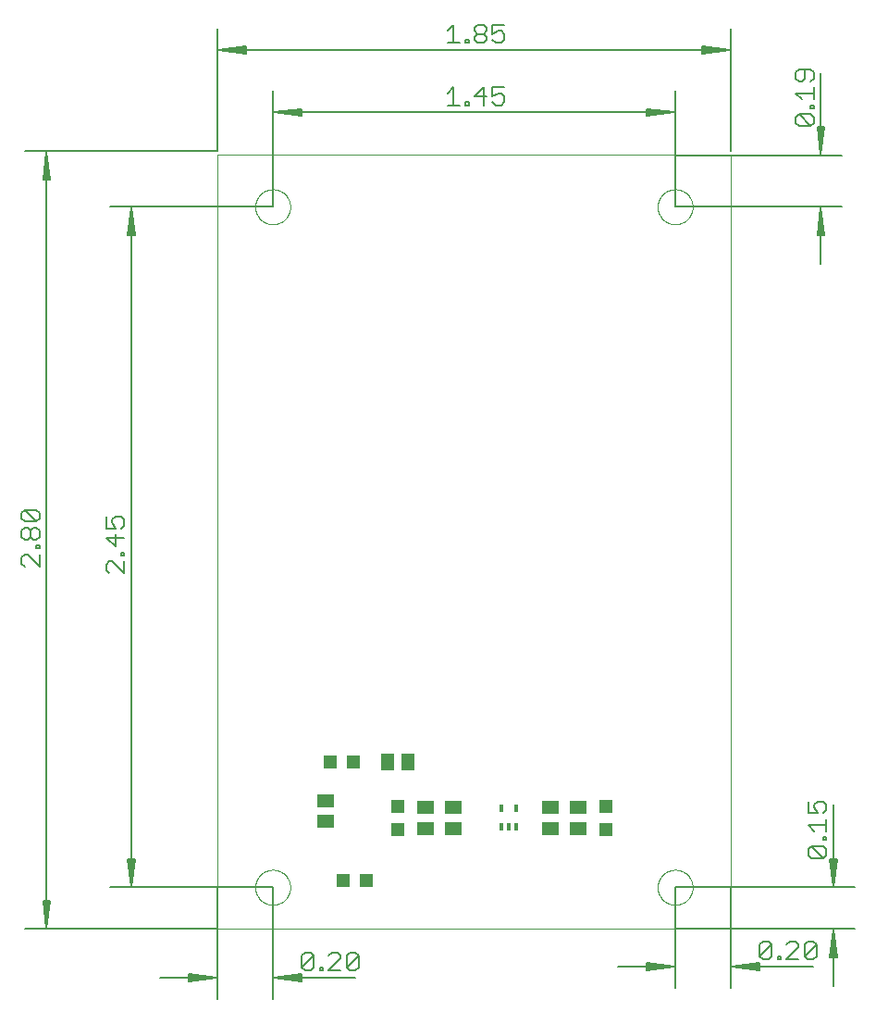
<source format=gtp>
G75*
%MOIN*%
%OFA0B0*%
%FSLAX25Y25*%
%IPPOS*%
%LPD*%
%AMOC8*
5,1,8,0,0,1.08239X$1,22.5*
%
%ADD10C,0.00000*%
%ADD11C,0.00512*%
%ADD12C,0.00600*%
%ADD13R,0.01575X0.02756*%
%ADD14R,0.04724X0.04724*%
%ADD15R,0.05906X0.05118*%
%ADD16R,0.05118X0.05906*%
D10*
X0074095Y0026433D02*
X0074095Y0305134D01*
X0259016Y0305134D01*
X0259016Y0026433D01*
X0074095Y0026433D01*
X0087796Y0041433D02*
X0087798Y0041591D01*
X0087804Y0041749D01*
X0087814Y0041907D01*
X0087828Y0042065D01*
X0087846Y0042222D01*
X0087867Y0042379D01*
X0087893Y0042535D01*
X0087923Y0042691D01*
X0087956Y0042846D01*
X0087994Y0042999D01*
X0088035Y0043152D01*
X0088080Y0043304D01*
X0088129Y0043455D01*
X0088182Y0043604D01*
X0088238Y0043752D01*
X0088298Y0043898D01*
X0088362Y0044043D01*
X0088430Y0044186D01*
X0088501Y0044328D01*
X0088575Y0044468D01*
X0088653Y0044605D01*
X0088735Y0044741D01*
X0088819Y0044875D01*
X0088908Y0045006D01*
X0088999Y0045135D01*
X0089094Y0045262D01*
X0089191Y0045387D01*
X0089292Y0045509D01*
X0089396Y0045628D01*
X0089503Y0045745D01*
X0089613Y0045859D01*
X0089726Y0045970D01*
X0089841Y0046079D01*
X0089959Y0046184D01*
X0090080Y0046286D01*
X0090203Y0046386D01*
X0090329Y0046482D01*
X0090457Y0046575D01*
X0090587Y0046665D01*
X0090720Y0046751D01*
X0090855Y0046835D01*
X0090991Y0046914D01*
X0091130Y0046991D01*
X0091271Y0047063D01*
X0091413Y0047133D01*
X0091557Y0047198D01*
X0091703Y0047260D01*
X0091850Y0047318D01*
X0091999Y0047373D01*
X0092149Y0047424D01*
X0092300Y0047471D01*
X0092452Y0047514D01*
X0092605Y0047553D01*
X0092760Y0047589D01*
X0092915Y0047620D01*
X0093071Y0047648D01*
X0093227Y0047672D01*
X0093384Y0047692D01*
X0093542Y0047708D01*
X0093699Y0047720D01*
X0093858Y0047728D01*
X0094016Y0047732D01*
X0094174Y0047732D01*
X0094332Y0047728D01*
X0094491Y0047720D01*
X0094648Y0047708D01*
X0094806Y0047692D01*
X0094963Y0047672D01*
X0095119Y0047648D01*
X0095275Y0047620D01*
X0095430Y0047589D01*
X0095585Y0047553D01*
X0095738Y0047514D01*
X0095890Y0047471D01*
X0096041Y0047424D01*
X0096191Y0047373D01*
X0096340Y0047318D01*
X0096487Y0047260D01*
X0096633Y0047198D01*
X0096777Y0047133D01*
X0096919Y0047063D01*
X0097060Y0046991D01*
X0097199Y0046914D01*
X0097335Y0046835D01*
X0097470Y0046751D01*
X0097603Y0046665D01*
X0097733Y0046575D01*
X0097861Y0046482D01*
X0097987Y0046386D01*
X0098110Y0046286D01*
X0098231Y0046184D01*
X0098349Y0046079D01*
X0098464Y0045970D01*
X0098577Y0045859D01*
X0098687Y0045745D01*
X0098794Y0045628D01*
X0098898Y0045509D01*
X0098999Y0045387D01*
X0099096Y0045262D01*
X0099191Y0045135D01*
X0099282Y0045006D01*
X0099371Y0044875D01*
X0099455Y0044741D01*
X0099537Y0044605D01*
X0099615Y0044468D01*
X0099689Y0044328D01*
X0099760Y0044186D01*
X0099828Y0044043D01*
X0099892Y0043898D01*
X0099952Y0043752D01*
X0100008Y0043604D01*
X0100061Y0043455D01*
X0100110Y0043304D01*
X0100155Y0043152D01*
X0100196Y0042999D01*
X0100234Y0042846D01*
X0100267Y0042691D01*
X0100297Y0042535D01*
X0100323Y0042379D01*
X0100344Y0042222D01*
X0100362Y0042065D01*
X0100376Y0041907D01*
X0100386Y0041749D01*
X0100392Y0041591D01*
X0100394Y0041433D01*
X0100392Y0041275D01*
X0100386Y0041117D01*
X0100376Y0040959D01*
X0100362Y0040801D01*
X0100344Y0040644D01*
X0100323Y0040487D01*
X0100297Y0040331D01*
X0100267Y0040175D01*
X0100234Y0040020D01*
X0100196Y0039867D01*
X0100155Y0039714D01*
X0100110Y0039562D01*
X0100061Y0039411D01*
X0100008Y0039262D01*
X0099952Y0039114D01*
X0099892Y0038968D01*
X0099828Y0038823D01*
X0099760Y0038680D01*
X0099689Y0038538D01*
X0099615Y0038398D01*
X0099537Y0038261D01*
X0099455Y0038125D01*
X0099371Y0037991D01*
X0099282Y0037860D01*
X0099191Y0037731D01*
X0099096Y0037604D01*
X0098999Y0037479D01*
X0098898Y0037357D01*
X0098794Y0037238D01*
X0098687Y0037121D01*
X0098577Y0037007D01*
X0098464Y0036896D01*
X0098349Y0036787D01*
X0098231Y0036682D01*
X0098110Y0036580D01*
X0097987Y0036480D01*
X0097861Y0036384D01*
X0097733Y0036291D01*
X0097603Y0036201D01*
X0097470Y0036115D01*
X0097335Y0036031D01*
X0097199Y0035952D01*
X0097060Y0035875D01*
X0096919Y0035803D01*
X0096777Y0035733D01*
X0096633Y0035668D01*
X0096487Y0035606D01*
X0096340Y0035548D01*
X0096191Y0035493D01*
X0096041Y0035442D01*
X0095890Y0035395D01*
X0095738Y0035352D01*
X0095585Y0035313D01*
X0095430Y0035277D01*
X0095275Y0035246D01*
X0095119Y0035218D01*
X0094963Y0035194D01*
X0094806Y0035174D01*
X0094648Y0035158D01*
X0094491Y0035146D01*
X0094332Y0035138D01*
X0094174Y0035134D01*
X0094016Y0035134D01*
X0093858Y0035138D01*
X0093699Y0035146D01*
X0093542Y0035158D01*
X0093384Y0035174D01*
X0093227Y0035194D01*
X0093071Y0035218D01*
X0092915Y0035246D01*
X0092760Y0035277D01*
X0092605Y0035313D01*
X0092452Y0035352D01*
X0092300Y0035395D01*
X0092149Y0035442D01*
X0091999Y0035493D01*
X0091850Y0035548D01*
X0091703Y0035606D01*
X0091557Y0035668D01*
X0091413Y0035733D01*
X0091271Y0035803D01*
X0091130Y0035875D01*
X0090991Y0035952D01*
X0090855Y0036031D01*
X0090720Y0036115D01*
X0090587Y0036201D01*
X0090457Y0036291D01*
X0090329Y0036384D01*
X0090203Y0036480D01*
X0090080Y0036580D01*
X0089959Y0036682D01*
X0089841Y0036787D01*
X0089726Y0036896D01*
X0089613Y0037007D01*
X0089503Y0037121D01*
X0089396Y0037238D01*
X0089292Y0037357D01*
X0089191Y0037479D01*
X0089094Y0037604D01*
X0088999Y0037731D01*
X0088908Y0037860D01*
X0088819Y0037991D01*
X0088735Y0038125D01*
X0088653Y0038261D01*
X0088575Y0038398D01*
X0088501Y0038538D01*
X0088430Y0038680D01*
X0088362Y0038823D01*
X0088298Y0038968D01*
X0088238Y0039114D01*
X0088182Y0039262D01*
X0088129Y0039411D01*
X0088080Y0039562D01*
X0088035Y0039714D01*
X0087994Y0039867D01*
X0087956Y0040020D01*
X0087923Y0040175D01*
X0087893Y0040331D01*
X0087867Y0040487D01*
X0087846Y0040644D01*
X0087828Y0040801D01*
X0087814Y0040959D01*
X0087804Y0041117D01*
X0087798Y0041275D01*
X0087796Y0041433D01*
X0232796Y0041433D02*
X0232798Y0041591D01*
X0232804Y0041749D01*
X0232814Y0041907D01*
X0232828Y0042065D01*
X0232846Y0042222D01*
X0232867Y0042379D01*
X0232893Y0042535D01*
X0232923Y0042691D01*
X0232956Y0042846D01*
X0232994Y0042999D01*
X0233035Y0043152D01*
X0233080Y0043304D01*
X0233129Y0043455D01*
X0233182Y0043604D01*
X0233238Y0043752D01*
X0233298Y0043898D01*
X0233362Y0044043D01*
X0233430Y0044186D01*
X0233501Y0044328D01*
X0233575Y0044468D01*
X0233653Y0044605D01*
X0233735Y0044741D01*
X0233819Y0044875D01*
X0233908Y0045006D01*
X0233999Y0045135D01*
X0234094Y0045262D01*
X0234191Y0045387D01*
X0234292Y0045509D01*
X0234396Y0045628D01*
X0234503Y0045745D01*
X0234613Y0045859D01*
X0234726Y0045970D01*
X0234841Y0046079D01*
X0234959Y0046184D01*
X0235080Y0046286D01*
X0235203Y0046386D01*
X0235329Y0046482D01*
X0235457Y0046575D01*
X0235587Y0046665D01*
X0235720Y0046751D01*
X0235855Y0046835D01*
X0235991Y0046914D01*
X0236130Y0046991D01*
X0236271Y0047063D01*
X0236413Y0047133D01*
X0236557Y0047198D01*
X0236703Y0047260D01*
X0236850Y0047318D01*
X0236999Y0047373D01*
X0237149Y0047424D01*
X0237300Y0047471D01*
X0237452Y0047514D01*
X0237605Y0047553D01*
X0237760Y0047589D01*
X0237915Y0047620D01*
X0238071Y0047648D01*
X0238227Y0047672D01*
X0238384Y0047692D01*
X0238542Y0047708D01*
X0238699Y0047720D01*
X0238858Y0047728D01*
X0239016Y0047732D01*
X0239174Y0047732D01*
X0239332Y0047728D01*
X0239491Y0047720D01*
X0239648Y0047708D01*
X0239806Y0047692D01*
X0239963Y0047672D01*
X0240119Y0047648D01*
X0240275Y0047620D01*
X0240430Y0047589D01*
X0240585Y0047553D01*
X0240738Y0047514D01*
X0240890Y0047471D01*
X0241041Y0047424D01*
X0241191Y0047373D01*
X0241340Y0047318D01*
X0241487Y0047260D01*
X0241633Y0047198D01*
X0241777Y0047133D01*
X0241919Y0047063D01*
X0242060Y0046991D01*
X0242199Y0046914D01*
X0242335Y0046835D01*
X0242470Y0046751D01*
X0242603Y0046665D01*
X0242733Y0046575D01*
X0242861Y0046482D01*
X0242987Y0046386D01*
X0243110Y0046286D01*
X0243231Y0046184D01*
X0243349Y0046079D01*
X0243464Y0045970D01*
X0243577Y0045859D01*
X0243687Y0045745D01*
X0243794Y0045628D01*
X0243898Y0045509D01*
X0243999Y0045387D01*
X0244096Y0045262D01*
X0244191Y0045135D01*
X0244282Y0045006D01*
X0244371Y0044875D01*
X0244455Y0044741D01*
X0244537Y0044605D01*
X0244615Y0044468D01*
X0244689Y0044328D01*
X0244760Y0044186D01*
X0244828Y0044043D01*
X0244892Y0043898D01*
X0244952Y0043752D01*
X0245008Y0043604D01*
X0245061Y0043455D01*
X0245110Y0043304D01*
X0245155Y0043152D01*
X0245196Y0042999D01*
X0245234Y0042846D01*
X0245267Y0042691D01*
X0245297Y0042535D01*
X0245323Y0042379D01*
X0245344Y0042222D01*
X0245362Y0042065D01*
X0245376Y0041907D01*
X0245386Y0041749D01*
X0245392Y0041591D01*
X0245394Y0041433D01*
X0245392Y0041275D01*
X0245386Y0041117D01*
X0245376Y0040959D01*
X0245362Y0040801D01*
X0245344Y0040644D01*
X0245323Y0040487D01*
X0245297Y0040331D01*
X0245267Y0040175D01*
X0245234Y0040020D01*
X0245196Y0039867D01*
X0245155Y0039714D01*
X0245110Y0039562D01*
X0245061Y0039411D01*
X0245008Y0039262D01*
X0244952Y0039114D01*
X0244892Y0038968D01*
X0244828Y0038823D01*
X0244760Y0038680D01*
X0244689Y0038538D01*
X0244615Y0038398D01*
X0244537Y0038261D01*
X0244455Y0038125D01*
X0244371Y0037991D01*
X0244282Y0037860D01*
X0244191Y0037731D01*
X0244096Y0037604D01*
X0243999Y0037479D01*
X0243898Y0037357D01*
X0243794Y0037238D01*
X0243687Y0037121D01*
X0243577Y0037007D01*
X0243464Y0036896D01*
X0243349Y0036787D01*
X0243231Y0036682D01*
X0243110Y0036580D01*
X0242987Y0036480D01*
X0242861Y0036384D01*
X0242733Y0036291D01*
X0242603Y0036201D01*
X0242470Y0036115D01*
X0242335Y0036031D01*
X0242199Y0035952D01*
X0242060Y0035875D01*
X0241919Y0035803D01*
X0241777Y0035733D01*
X0241633Y0035668D01*
X0241487Y0035606D01*
X0241340Y0035548D01*
X0241191Y0035493D01*
X0241041Y0035442D01*
X0240890Y0035395D01*
X0240738Y0035352D01*
X0240585Y0035313D01*
X0240430Y0035277D01*
X0240275Y0035246D01*
X0240119Y0035218D01*
X0239963Y0035194D01*
X0239806Y0035174D01*
X0239648Y0035158D01*
X0239491Y0035146D01*
X0239332Y0035138D01*
X0239174Y0035134D01*
X0239016Y0035134D01*
X0238858Y0035138D01*
X0238699Y0035146D01*
X0238542Y0035158D01*
X0238384Y0035174D01*
X0238227Y0035194D01*
X0238071Y0035218D01*
X0237915Y0035246D01*
X0237760Y0035277D01*
X0237605Y0035313D01*
X0237452Y0035352D01*
X0237300Y0035395D01*
X0237149Y0035442D01*
X0236999Y0035493D01*
X0236850Y0035548D01*
X0236703Y0035606D01*
X0236557Y0035668D01*
X0236413Y0035733D01*
X0236271Y0035803D01*
X0236130Y0035875D01*
X0235991Y0035952D01*
X0235855Y0036031D01*
X0235720Y0036115D01*
X0235587Y0036201D01*
X0235457Y0036291D01*
X0235329Y0036384D01*
X0235203Y0036480D01*
X0235080Y0036580D01*
X0234959Y0036682D01*
X0234841Y0036787D01*
X0234726Y0036896D01*
X0234613Y0037007D01*
X0234503Y0037121D01*
X0234396Y0037238D01*
X0234292Y0037357D01*
X0234191Y0037479D01*
X0234094Y0037604D01*
X0233999Y0037731D01*
X0233908Y0037860D01*
X0233819Y0037991D01*
X0233735Y0038125D01*
X0233653Y0038261D01*
X0233575Y0038398D01*
X0233501Y0038538D01*
X0233430Y0038680D01*
X0233362Y0038823D01*
X0233298Y0038968D01*
X0233238Y0039114D01*
X0233182Y0039262D01*
X0233129Y0039411D01*
X0233080Y0039562D01*
X0233035Y0039714D01*
X0232994Y0039867D01*
X0232956Y0040020D01*
X0232923Y0040175D01*
X0232893Y0040331D01*
X0232867Y0040487D01*
X0232846Y0040644D01*
X0232828Y0040801D01*
X0232814Y0040959D01*
X0232804Y0041117D01*
X0232798Y0041275D01*
X0232796Y0041433D01*
X0232796Y0286433D02*
X0232798Y0286591D01*
X0232804Y0286749D01*
X0232814Y0286907D01*
X0232828Y0287065D01*
X0232846Y0287222D01*
X0232867Y0287379D01*
X0232893Y0287535D01*
X0232923Y0287691D01*
X0232956Y0287846D01*
X0232994Y0287999D01*
X0233035Y0288152D01*
X0233080Y0288304D01*
X0233129Y0288455D01*
X0233182Y0288604D01*
X0233238Y0288752D01*
X0233298Y0288898D01*
X0233362Y0289043D01*
X0233430Y0289186D01*
X0233501Y0289328D01*
X0233575Y0289468D01*
X0233653Y0289605D01*
X0233735Y0289741D01*
X0233819Y0289875D01*
X0233908Y0290006D01*
X0233999Y0290135D01*
X0234094Y0290262D01*
X0234191Y0290387D01*
X0234292Y0290509D01*
X0234396Y0290628D01*
X0234503Y0290745D01*
X0234613Y0290859D01*
X0234726Y0290970D01*
X0234841Y0291079D01*
X0234959Y0291184D01*
X0235080Y0291286D01*
X0235203Y0291386D01*
X0235329Y0291482D01*
X0235457Y0291575D01*
X0235587Y0291665D01*
X0235720Y0291751D01*
X0235855Y0291835D01*
X0235991Y0291914D01*
X0236130Y0291991D01*
X0236271Y0292063D01*
X0236413Y0292133D01*
X0236557Y0292198D01*
X0236703Y0292260D01*
X0236850Y0292318D01*
X0236999Y0292373D01*
X0237149Y0292424D01*
X0237300Y0292471D01*
X0237452Y0292514D01*
X0237605Y0292553D01*
X0237760Y0292589D01*
X0237915Y0292620D01*
X0238071Y0292648D01*
X0238227Y0292672D01*
X0238384Y0292692D01*
X0238542Y0292708D01*
X0238699Y0292720D01*
X0238858Y0292728D01*
X0239016Y0292732D01*
X0239174Y0292732D01*
X0239332Y0292728D01*
X0239491Y0292720D01*
X0239648Y0292708D01*
X0239806Y0292692D01*
X0239963Y0292672D01*
X0240119Y0292648D01*
X0240275Y0292620D01*
X0240430Y0292589D01*
X0240585Y0292553D01*
X0240738Y0292514D01*
X0240890Y0292471D01*
X0241041Y0292424D01*
X0241191Y0292373D01*
X0241340Y0292318D01*
X0241487Y0292260D01*
X0241633Y0292198D01*
X0241777Y0292133D01*
X0241919Y0292063D01*
X0242060Y0291991D01*
X0242199Y0291914D01*
X0242335Y0291835D01*
X0242470Y0291751D01*
X0242603Y0291665D01*
X0242733Y0291575D01*
X0242861Y0291482D01*
X0242987Y0291386D01*
X0243110Y0291286D01*
X0243231Y0291184D01*
X0243349Y0291079D01*
X0243464Y0290970D01*
X0243577Y0290859D01*
X0243687Y0290745D01*
X0243794Y0290628D01*
X0243898Y0290509D01*
X0243999Y0290387D01*
X0244096Y0290262D01*
X0244191Y0290135D01*
X0244282Y0290006D01*
X0244371Y0289875D01*
X0244455Y0289741D01*
X0244537Y0289605D01*
X0244615Y0289468D01*
X0244689Y0289328D01*
X0244760Y0289186D01*
X0244828Y0289043D01*
X0244892Y0288898D01*
X0244952Y0288752D01*
X0245008Y0288604D01*
X0245061Y0288455D01*
X0245110Y0288304D01*
X0245155Y0288152D01*
X0245196Y0287999D01*
X0245234Y0287846D01*
X0245267Y0287691D01*
X0245297Y0287535D01*
X0245323Y0287379D01*
X0245344Y0287222D01*
X0245362Y0287065D01*
X0245376Y0286907D01*
X0245386Y0286749D01*
X0245392Y0286591D01*
X0245394Y0286433D01*
X0245392Y0286275D01*
X0245386Y0286117D01*
X0245376Y0285959D01*
X0245362Y0285801D01*
X0245344Y0285644D01*
X0245323Y0285487D01*
X0245297Y0285331D01*
X0245267Y0285175D01*
X0245234Y0285020D01*
X0245196Y0284867D01*
X0245155Y0284714D01*
X0245110Y0284562D01*
X0245061Y0284411D01*
X0245008Y0284262D01*
X0244952Y0284114D01*
X0244892Y0283968D01*
X0244828Y0283823D01*
X0244760Y0283680D01*
X0244689Y0283538D01*
X0244615Y0283398D01*
X0244537Y0283261D01*
X0244455Y0283125D01*
X0244371Y0282991D01*
X0244282Y0282860D01*
X0244191Y0282731D01*
X0244096Y0282604D01*
X0243999Y0282479D01*
X0243898Y0282357D01*
X0243794Y0282238D01*
X0243687Y0282121D01*
X0243577Y0282007D01*
X0243464Y0281896D01*
X0243349Y0281787D01*
X0243231Y0281682D01*
X0243110Y0281580D01*
X0242987Y0281480D01*
X0242861Y0281384D01*
X0242733Y0281291D01*
X0242603Y0281201D01*
X0242470Y0281115D01*
X0242335Y0281031D01*
X0242199Y0280952D01*
X0242060Y0280875D01*
X0241919Y0280803D01*
X0241777Y0280733D01*
X0241633Y0280668D01*
X0241487Y0280606D01*
X0241340Y0280548D01*
X0241191Y0280493D01*
X0241041Y0280442D01*
X0240890Y0280395D01*
X0240738Y0280352D01*
X0240585Y0280313D01*
X0240430Y0280277D01*
X0240275Y0280246D01*
X0240119Y0280218D01*
X0239963Y0280194D01*
X0239806Y0280174D01*
X0239648Y0280158D01*
X0239491Y0280146D01*
X0239332Y0280138D01*
X0239174Y0280134D01*
X0239016Y0280134D01*
X0238858Y0280138D01*
X0238699Y0280146D01*
X0238542Y0280158D01*
X0238384Y0280174D01*
X0238227Y0280194D01*
X0238071Y0280218D01*
X0237915Y0280246D01*
X0237760Y0280277D01*
X0237605Y0280313D01*
X0237452Y0280352D01*
X0237300Y0280395D01*
X0237149Y0280442D01*
X0236999Y0280493D01*
X0236850Y0280548D01*
X0236703Y0280606D01*
X0236557Y0280668D01*
X0236413Y0280733D01*
X0236271Y0280803D01*
X0236130Y0280875D01*
X0235991Y0280952D01*
X0235855Y0281031D01*
X0235720Y0281115D01*
X0235587Y0281201D01*
X0235457Y0281291D01*
X0235329Y0281384D01*
X0235203Y0281480D01*
X0235080Y0281580D01*
X0234959Y0281682D01*
X0234841Y0281787D01*
X0234726Y0281896D01*
X0234613Y0282007D01*
X0234503Y0282121D01*
X0234396Y0282238D01*
X0234292Y0282357D01*
X0234191Y0282479D01*
X0234094Y0282604D01*
X0233999Y0282731D01*
X0233908Y0282860D01*
X0233819Y0282991D01*
X0233735Y0283125D01*
X0233653Y0283261D01*
X0233575Y0283398D01*
X0233501Y0283538D01*
X0233430Y0283680D01*
X0233362Y0283823D01*
X0233298Y0283968D01*
X0233238Y0284114D01*
X0233182Y0284262D01*
X0233129Y0284411D01*
X0233080Y0284562D01*
X0233035Y0284714D01*
X0232994Y0284867D01*
X0232956Y0285020D01*
X0232923Y0285175D01*
X0232893Y0285331D01*
X0232867Y0285487D01*
X0232846Y0285644D01*
X0232828Y0285801D01*
X0232814Y0285959D01*
X0232804Y0286117D01*
X0232798Y0286275D01*
X0232796Y0286433D01*
X0087796Y0286433D02*
X0087798Y0286591D01*
X0087804Y0286749D01*
X0087814Y0286907D01*
X0087828Y0287065D01*
X0087846Y0287222D01*
X0087867Y0287379D01*
X0087893Y0287535D01*
X0087923Y0287691D01*
X0087956Y0287846D01*
X0087994Y0287999D01*
X0088035Y0288152D01*
X0088080Y0288304D01*
X0088129Y0288455D01*
X0088182Y0288604D01*
X0088238Y0288752D01*
X0088298Y0288898D01*
X0088362Y0289043D01*
X0088430Y0289186D01*
X0088501Y0289328D01*
X0088575Y0289468D01*
X0088653Y0289605D01*
X0088735Y0289741D01*
X0088819Y0289875D01*
X0088908Y0290006D01*
X0088999Y0290135D01*
X0089094Y0290262D01*
X0089191Y0290387D01*
X0089292Y0290509D01*
X0089396Y0290628D01*
X0089503Y0290745D01*
X0089613Y0290859D01*
X0089726Y0290970D01*
X0089841Y0291079D01*
X0089959Y0291184D01*
X0090080Y0291286D01*
X0090203Y0291386D01*
X0090329Y0291482D01*
X0090457Y0291575D01*
X0090587Y0291665D01*
X0090720Y0291751D01*
X0090855Y0291835D01*
X0090991Y0291914D01*
X0091130Y0291991D01*
X0091271Y0292063D01*
X0091413Y0292133D01*
X0091557Y0292198D01*
X0091703Y0292260D01*
X0091850Y0292318D01*
X0091999Y0292373D01*
X0092149Y0292424D01*
X0092300Y0292471D01*
X0092452Y0292514D01*
X0092605Y0292553D01*
X0092760Y0292589D01*
X0092915Y0292620D01*
X0093071Y0292648D01*
X0093227Y0292672D01*
X0093384Y0292692D01*
X0093542Y0292708D01*
X0093699Y0292720D01*
X0093858Y0292728D01*
X0094016Y0292732D01*
X0094174Y0292732D01*
X0094332Y0292728D01*
X0094491Y0292720D01*
X0094648Y0292708D01*
X0094806Y0292692D01*
X0094963Y0292672D01*
X0095119Y0292648D01*
X0095275Y0292620D01*
X0095430Y0292589D01*
X0095585Y0292553D01*
X0095738Y0292514D01*
X0095890Y0292471D01*
X0096041Y0292424D01*
X0096191Y0292373D01*
X0096340Y0292318D01*
X0096487Y0292260D01*
X0096633Y0292198D01*
X0096777Y0292133D01*
X0096919Y0292063D01*
X0097060Y0291991D01*
X0097199Y0291914D01*
X0097335Y0291835D01*
X0097470Y0291751D01*
X0097603Y0291665D01*
X0097733Y0291575D01*
X0097861Y0291482D01*
X0097987Y0291386D01*
X0098110Y0291286D01*
X0098231Y0291184D01*
X0098349Y0291079D01*
X0098464Y0290970D01*
X0098577Y0290859D01*
X0098687Y0290745D01*
X0098794Y0290628D01*
X0098898Y0290509D01*
X0098999Y0290387D01*
X0099096Y0290262D01*
X0099191Y0290135D01*
X0099282Y0290006D01*
X0099371Y0289875D01*
X0099455Y0289741D01*
X0099537Y0289605D01*
X0099615Y0289468D01*
X0099689Y0289328D01*
X0099760Y0289186D01*
X0099828Y0289043D01*
X0099892Y0288898D01*
X0099952Y0288752D01*
X0100008Y0288604D01*
X0100061Y0288455D01*
X0100110Y0288304D01*
X0100155Y0288152D01*
X0100196Y0287999D01*
X0100234Y0287846D01*
X0100267Y0287691D01*
X0100297Y0287535D01*
X0100323Y0287379D01*
X0100344Y0287222D01*
X0100362Y0287065D01*
X0100376Y0286907D01*
X0100386Y0286749D01*
X0100392Y0286591D01*
X0100394Y0286433D01*
X0100392Y0286275D01*
X0100386Y0286117D01*
X0100376Y0285959D01*
X0100362Y0285801D01*
X0100344Y0285644D01*
X0100323Y0285487D01*
X0100297Y0285331D01*
X0100267Y0285175D01*
X0100234Y0285020D01*
X0100196Y0284867D01*
X0100155Y0284714D01*
X0100110Y0284562D01*
X0100061Y0284411D01*
X0100008Y0284262D01*
X0099952Y0284114D01*
X0099892Y0283968D01*
X0099828Y0283823D01*
X0099760Y0283680D01*
X0099689Y0283538D01*
X0099615Y0283398D01*
X0099537Y0283261D01*
X0099455Y0283125D01*
X0099371Y0282991D01*
X0099282Y0282860D01*
X0099191Y0282731D01*
X0099096Y0282604D01*
X0098999Y0282479D01*
X0098898Y0282357D01*
X0098794Y0282238D01*
X0098687Y0282121D01*
X0098577Y0282007D01*
X0098464Y0281896D01*
X0098349Y0281787D01*
X0098231Y0281682D01*
X0098110Y0281580D01*
X0097987Y0281480D01*
X0097861Y0281384D01*
X0097733Y0281291D01*
X0097603Y0281201D01*
X0097470Y0281115D01*
X0097335Y0281031D01*
X0097199Y0280952D01*
X0097060Y0280875D01*
X0096919Y0280803D01*
X0096777Y0280733D01*
X0096633Y0280668D01*
X0096487Y0280606D01*
X0096340Y0280548D01*
X0096191Y0280493D01*
X0096041Y0280442D01*
X0095890Y0280395D01*
X0095738Y0280352D01*
X0095585Y0280313D01*
X0095430Y0280277D01*
X0095275Y0280246D01*
X0095119Y0280218D01*
X0094963Y0280194D01*
X0094806Y0280174D01*
X0094648Y0280158D01*
X0094491Y0280146D01*
X0094332Y0280138D01*
X0094174Y0280134D01*
X0094016Y0280134D01*
X0093858Y0280138D01*
X0093699Y0280146D01*
X0093542Y0280158D01*
X0093384Y0280174D01*
X0093227Y0280194D01*
X0093071Y0280218D01*
X0092915Y0280246D01*
X0092760Y0280277D01*
X0092605Y0280313D01*
X0092452Y0280352D01*
X0092300Y0280395D01*
X0092149Y0280442D01*
X0091999Y0280493D01*
X0091850Y0280548D01*
X0091703Y0280606D01*
X0091557Y0280668D01*
X0091413Y0280733D01*
X0091271Y0280803D01*
X0091130Y0280875D01*
X0090991Y0280952D01*
X0090855Y0281031D01*
X0090720Y0281115D01*
X0090587Y0281201D01*
X0090457Y0281291D01*
X0090329Y0281384D01*
X0090203Y0281480D01*
X0090080Y0281580D01*
X0089959Y0281682D01*
X0089841Y0281787D01*
X0089726Y0281896D01*
X0089613Y0282007D01*
X0089503Y0282121D01*
X0089396Y0282238D01*
X0089292Y0282357D01*
X0089191Y0282479D01*
X0089094Y0282604D01*
X0088999Y0282731D01*
X0088908Y0282860D01*
X0088819Y0282991D01*
X0088735Y0283125D01*
X0088653Y0283261D01*
X0088575Y0283398D01*
X0088501Y0283538D01*
X0088430Y0283680D01*
X0088362Y0283823D01*
X0088298Y0283968D01*
X0088238Y0284114D01*
X0088182Y0284262D01*
X0088129Y0284411D01*
X0088080Y0284562D01*
X0088035Y0284714D01*
X0087994Y0284867D01*
X0087956Y0285020D01*
X0087923Y0285175D01*
X0087893Y0285331D01*
X0087867Y0285487D01*
X0087846Y0285644D01*
X0087828Y0285801D01*
X0087814Y0285959D01*
X0087804Y0286117D01*
X0087798Y0286275D01*
X0087796Y0286433D01*
D11*
X0074095Y0026433D02*
X0004918Y0026433D01*
X0012595Y0026689D02*
X0011572Y0036669D01*
X0011338Y0036669D02*
X0013852Y0036669D01*
X0012595Y0026689D01*
X0013619Y0036669D01*
X0013107Y0036669D02*
X0012595Y0026689D01*
X0012083Y0036669D01*
X0011338Y0036669D02*
X0012595Y0026689D01*
X0012595Y0306177D01*
X0013619Y0296197D01*
X0013852Y0296197D02*
X0012595Y0306177D01*
X0011572Y0296197D01*
X0011338Y0296197D02*
X0013852Y0296197D01*
X0013107Y0296197D02*
X0012595Y0306177D01*
X0012083Y0296197D01*
X0011338Y0296197D02*
X0012595Y0306177D01*
X0004918Y0306433D02*
X0074095Y0306433D01*
X0074095Y0350610D01*
X0074351Y0342933D02*
X0084331Y0341909D01*
X0084331Y0341676D02*
X0074351Y0342933D01*
X0084331Y0343957D01*
X0084331Y0344190D02*
X0084331Y0341676D01*
X0084331Y0342421D02*
X0074351Y0342933D01*
X0084331Y0343445D01*
X0084331Y0344190D02*
X0074351Y0342933D01*
X0258839Y0342933D01*
X0248859Y0341909D01*
X0248859Y0341676D02*
X0258839Y0342933D01*
X0248859Y0343957D01*
X0248859Y0344190D02*
X0248859Y0341676D01*
X0248859Y0342421D02*
X0258839Y0342933D01*
X0248859Y0343445D01*
X0248859Y0344190D02*
X0258839Y0342933D01*
X0259095Y0350610D02*
X0259095Y0306433D01*
X0239095Y0304933D02*
X0299272Y0304933D01*
X0291595Y0305189D02*
X0292619Y0315169D01*
X0292852Y0315169D02*
X0290338Y0315169D01*
X0291595Y0305189D01*
X0290572Y0315169D01*
X0291083Y0315169D02*
X0291595Y0305189D01*
X0292107Y0315169D01*
X0292852Y0315169D02*
X0291595Y0305189D01*
X0291595Y0334673D01*
X0291595Y0286177D02*
X0292619Y0276197D01*
X0292852Y0276197D02*
X0290338Y0276197D01*
X0291595Y0286177D01*
X0290572Y0276197D01*
X0291083Y0276197D02*
X0291595Y0286177D01*
X0292107Y0276197D01*
X0292852Y0276197D02*
X0291595Y0286177D01*
X0291595Y0265961D01*
X0299272Y0286433D02*
X0239095Y0286433D01*
X0239095Y0328110D01*
X0238839Y0320433D02*
X0228859Y0319409D01*
X0228859Y0319176D02*
X0238839Y0320433D01*
X0228859Y0321457D01*
X0228859Y0321690D02*
X0228859Y0319176D01*
X0228859Y0319921D02*
X0238839Y0320433D01*
X0228859Y0320945D01*
X0228859Y0321690D02*
X0238839Y0320433D01*
X0094351Y0320433D01*
X0104331Y0319409D01*
X0104331Y0319176D02*
X0094351Y0320433D01*
X0104331Y0321457D01*
X0104331Y0321690D02*
X0104331Y0319176D01*
X0104331Y0319921D02*
X0094351Y0320433D01*
X0104331Y0320945D01*
X0104331Y0321690D02*
X0094351Y0320433D01*
X0094095Y0328110D02*
X0094095Y0286433D01*
X0035418Y0286433D01*
X0043095Y0286177D02*
X0042072Y0276197D01*
X0041838Y0276197D02*
X0044352Y0276197D01*
X0043095Y0286177D01*
X0044119Y0276197D01*
X0043607Y0276197D02*
X0043095Y0286177D01*
X0042583Y0276197D01*
X0041838Y0276197D02*
X0043095Y0286177D01*
X0043095Y0041689D01*
X0044119Y0051669D01*
X0044352Y0051669D02*
X0043095Y0041689D01*
X0042072Y0051669D01*
X0041838Y0051669D02*
X0044352Y0051669D01*
X0043607Y0051669D02*
X0043095Y0041689D01*
X0042583Y0051669D01*
X0041838Y0051669D02*
X0043095Y0041689D01*
X0035418Y0041433D02*
X0094095Y0041433D01*
X0094095Y0001256D01*
X0094351Y0008933D02*
X0104331Y0007909D01*
X0104331Y0007676D02*
X0094351Y0008933D01*
X0104331Y0009957D01*
X0104331Y0010190D02*
X0104331Y0007676D01*
X0104331Y0008421D02*
X0094351Y0008933D01*
X0104331Y0009445D01*
X0104331Y0010190D02*
X0094351Y0008933D01*
X0123835Y0008933D01*
X0073839Y0008933D02*
X0063859Y0007909D01*
X0063859Y0007676D02*
X0073839Y0008933D01*
X0063859Y0009957D01*
X0063859Y0010190D02*
X0063859Y0007676D01*
X0063859Y0008421D02*
X0073839Y0008933D01*
X0063859Y0009445D01*
X0063859Y0010190D02*
X0073839Y0008933D01*
X0053623Y0008933D01*
X0074095Y0001256D02*
X0074095Y0041433D01*
X0218623Y0012933D02*
X0238839Y0012933D01*
X0228859Y0011909D01*
X0228859Y0011676D02*
X0238839Y0012933D01*
X0228859Y0013957D01*
X0228859Y0014190D02*
X0228859Y0011676D01*
X0228859Y0012421D02*
X0238839Y0012933D01*
X0228859Y0013445D01*
X0228859Y0014190D02*
X0238839Y0012933D01*
X0239095Y0005256D02*
X0239095Y0041433D01*
X0303772Y0041433D01*
X0296095Y0041689D02*
X0297119Y0051669D01*
X0297352Y0051669D02*
X0296095Y0041689D01*
X0295072Y0051669D01*
X0294838Y0051669D02*
X0297352Y0051669D01*
X0296607Y0051669D02*
X0296095Y0041689D01*
X0295583Y0051669D01*
X0294838Y0051669D02*
X0296095Y0041689D01*
X0296095Y0071173D01*
X0296095Y0026177D02*
X0297119Y0016197D01*
X0297352Y0016197D02*
X0296095Y0026177D01*
X0295072Y0016197D01*
X0294838Y0016197D02*
X0297352Y0016197D01*
X0296607Y0016197D02*
X0296095Y0026177D01*
X0295583Y0016197D01*
X0294838Y0016197D02*
X0296095Y0026177D01*
X0296095Y0005961D01*
X0288835Y0012933D02*
X0259351Y0012933D01*
X0269331Y0011909D01*
X0269331Y0011676D02*
X0259351Y0012933D01*
X0269331Y0013957D01*
X0269331Y0014190D02*
X0269331Y0011676D01*
X0269331Y0012421D02*
X0259351Y0012933D01*
X0269331Y0013445D01*
X0269331Y0014190D02*
X0259351Y0012933D01*
X0259095Y0005256D02*
X0259095Y0041433D01*
X0239095Y0026433D02*
X0303772Y0026433D01*
D12*
X0290015Y0020833D02*
X0290015Y0016562D01*
X0288948Y0015495D01*
X0286813Y0015495D01*
X0285745Y0016562D01*
X0290015Y0020833D01*
X0288948Y0021900D01*
X0286813Y0021900D01*
X0285745Y0020833D01*
X0285745Y0016562D01*
X0283570Y0015495D02*
X0279300Y0015495D01*
X0283570Y0019765D01*
X0283570Y0020833D01*
X0282502Y0021900D01*
X0280367Y0021900D01*
X0279300Y0020833D01*
X0277144Y0016562D02*
X0277144Y0015495D01*
X0276077Y0015495D01*
X0276077Y0016562D01*
X0277144Y0016562D01*
X0273902Y0016562D02*
X0273902Y0020833D01*
X0269631Y0016562D01*
X0270699Y0015495D01*
X0272834Y0015495D01*
X0273902Y0016562D01*
X0269631Y0016562D02*
X0269631Y0020833D01*
X0270699Y0021900D01*
X0272834Y0021900D01*
X0273902Y0020833D01*
X0288195Y0051969D02*
X0287128Y0053037D01*
X0287128Y0055172D01*
X0288195Y0056240D01*
X0292466Y0051969D01*
X0293533Y0053037D01*
X0293533Y0055172D01*
X0292466Y0056240D01*
X0288195Y0056240D01*
X0288195Y0051969D02*
X0292466Y0051969D01*
X0292466Y0058415D02*
X0292466Y0059482D01*
X0293533Y0059482D01*
X0293533Y0058415D01*
X0292466Y0058415D01*
X0293533Y0061638D02*
X0293533Y0065908D01*
X0293533Y0063773D02*
X0287128Y0063773D01*
X0289263Y0061638D01*
X0290331Y0068083D02*
X0289263Y0070218D01*
X0289263Y0071286D01*
X0290331Y0072353D01*
X0292466Y0072353D01*
X0293533Y0071286D01*
X0293533Y0069151D01*
X0292466Y0068083D01*
X0290331Y0068083D02*
X0287128Y0068083D01*
X0287128Y0072353D01*
X0125015Y0016833D02*
X0125015Y0012562D01*
X0123948Y0011495D01*
X0121813Y0011495D01*
X0120745Y0012562D01*
X0125015Y0016833D01*
X0123948Y0017900D01*
X0121813Y0017900D01*
X0120745Y0016833D01*
X0120745Y0012562D01*
X0118570Y0011495D02*
X0114300Y0011495D01*
X0118570Y0015765D01*
X0118570Y0016833D01*
X0117502Y0017900D01*
X0115367Y0017900D01*
X0114300Y0016833D01*
X0112144Y0012562D02*
X0112144Y0011495D01*
X0111077Y0011495D01*
X0111077Y0012562D01*
X0112144Y0012562D01*
X0108902Y0012562D02*
X0108902Y0016833D01*
X0104631Y0012562D01*
X0105699Y0011495D01*
X0107834Y0011495D01*
X0108902Y0012562D01*
X0104631Y0012562D02*
X0104631Y0016833D01*
X0105699Y0017900D01*
X0107834Y0017900D01*
X0108902Y0016833D01*
X0040533Y0154481D02*
X0036263Y0158752D01*
X0035195Y0158752D01*
X0034128Y0157684D01*
X0034128Y0155549D01*
X0035195Y0154481D01*
X0040533Y0154481D02*
X0040533Y0158752D01*
X0040533Y0160927D02*
X0039466Y0160927D01*
X0039466Y0161994D01*
X0040533Y0161994D01*
X0040533Y0160927D01*
X0037331Y0164150D02*
X0037331Y0168420D01*
X0037331Y0170595D02*
X0036263Y0172730D01*
X0036263Y0173798D01*
X0037331Y0174865D01*
X0039466Y0174865D01*
X0040533Y0173798D01*
X0040533Y0171663D01*
X0039466Y0170595D01*
X0037331Y0170595D02*
X0034128Y0170595D01*
X0034128Y0174865D01*
X0034128Y0167352D02*
X0037331Y0164150D01*
X0040533Y0167352D02*
X0034128Y0167352D01*
X0010033Y0167717D02*
X0008966Y0166650D01*
X0007898Y0166650D01*
X0006831Y0167717D01*
X0006831Y0169852D01*
X0007898Y0170920D01*
X0008966Y0170920D01*
X0010033Y0169852D01*
X0010033Y0167717D01*
X0006831Y0167717D02*
X0005763Y0166650D01*
X0004695Y0166650D01*
X0003628Y0167717D01*
X0003628Y0169852D01*
X0004695Y0170920D01*
X0005763Y0170920D01*
X0006831Y0169852D01*
X0008966Y0173095D02*
X0004695Y0173095D01*
X0003628Y0174163D01*
X0003628Y0176298D01*
X0004695Y0177365D01*
X0008966Y0173095D01*
X0010033Y0174163D01*
X0010033Y0176298D01*
X0008966Y0177365D01*
X0004695Y0177365D01*
X0008966Y0164494D02*
X0010033Y0164494D01*
X0010033Y0163427D01*
X0008966Y0163427D01*
X0008966Y0164494D01*
X0010033Y0161252D02*
X0010033Y0156981D01*
X0005763Y0161252D01*
X0004695Y0161252D01*
X0003628Y0160184D01*
X0003628Y0158049D01*
X0004695Y0156981D01*
X0157143Y0322995D02*
X0161414Y0322995D01*
X0159279Y0322995D02*
X0159279Y0329400D01*
X0157143Y0327265D01*
X0163589Y0324062D02*
X0163589Y0322995D01*
X0164657Y0322995D01*
X0164657Y0324062D01*
X0163589Y0324062D01*
X0166812Y0326198D02*
X0171082Y0326198D01*
X0173257Y0326198D02*
X0175392Y0327265D01*
X0176460Y0327265D01*
X0177528Y0326198D01*
X0177528Y0324062D01*
X0176460Y0322995D01*
X0174325Y0322995D01*
X0173257Y0324062D01*
X0173257Y0326198D02*
X0173257Y0329400D01*
X0177528Y0329400D01*
X0170014Y0329400D02*
X0170014Y0322995D01*
X0166812Y0326198D02*
X0170014Y0329400D01*
X0170014Y0345495D02*
X0167879Y0345495D01*
X0166812Y0346562D01*
X0166812Y0347630D01*
X0167879Y0348698D01*
X0170014Y0348698D01*
X0171082Y0347630D01*
X0171082Y0346562D01*
X0170014Y0345495D01*
X0170014Y0348698D02*
X0171082Y0349765D01*
X0171082Y0350833D01*
X0170014Y0351900D01*
X0167879Y0351900D01*
X0166812Y0350833D01*
X0166812Y0349765D01*
X0167879Y0348698D01*
X0173257Y0348698D02*
X0175392Y0349765D01*
X0176460Y0349765D01*
X0177528Y0348698D01*
X0177528Y0346562D01*
X0176460Y0345495D01*
X0174325Y0345495D01*
X0173257Y0346562D01*
X0173257Y0348698D02*
X0173257Y0351900D01*
X0177528Y0351900D01*
X0164657Y0346562D02*
X0164657Y0345495D01*
X0163589Y0345495D01*
X0163589Y0346562D01*
X0164657Y0346562D01*
X0161414Y0345495D02*
X0157143Y0345495D01*
X0159279Y0345495D02*
X0159279Y0351900D01*
X0157143Y0349765D01*
X0282628Y0334786D02*
X0282628Y0332651D01*
X0283695Y0331583D01*
X0284763Y0331583D01*
X0285831Y0332651D01*
X0285831Y0335853D01*
X0287966Y0335853D02*
X0283695Y0335853D01*
X0282628Y0334786D01*
X0287966Y0335853D02*
X0289033Y0334786D01*
X0289033Y0332651D01*
X0287966Y0331583D01*
X0289033Y0329408D02*
X0289033Y0325138D01*
X0289033Y0327273D02*
X0282628Y0327273D01*
X0284763Y0325138D01*
X0287966Y0322982D02*
X0289033Y0322982D01*
X0289033Y0321915D01*
X0287966Y0321915D01*
X0287966Y0322982D01*
X0287966Y0319740D02*
X0283695Y0319740D01*
X0287966Y0315469D01*
X0289033Y0316537D01*
X0289033Y0318672D01*
X0287966Y0319740D01*
X0283695Y0319740D02*
X0282628Y0318672D01*
X0282628Y0316537D01*
X0283695Y0315469D01*
X0287966Y0315469D01*
D13*
X0181654Y0069780D03*
X0176536Y0069780D03*
X0176536Y0063087D03*
X0179095Y0063087D03*
X0181654Y0063087D03*
D14*
X0214095Y0062299D03*
X0214095Y0070567D03*
X0139095Y0070567D03*
X0139095Y0062299D03*
X0127729Y0043933D03*
X0119461Y0043933D03*
X0123229Y0086433D03*
X0114961Y0086433D03*
D15*
X0113095Y0072673D03*
X0113095Y0065193D03*
X0149095Y0062693D03*
X0149095Y0070173D03*
X0159095Y0070173D03*
X0159095Y0062693D03*
X0194095Y0062693D03*
X0194095Y0070173D03*
X0204095Y0070173D03*
X0204095Y0062693D03*
D16*
X0142835Y0086433D03*
X0135355Y0086433D03*
M02*

</source>
